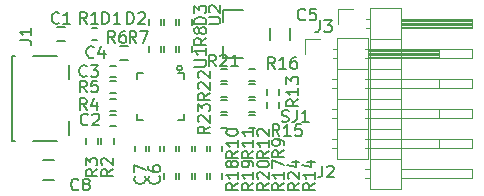
<source format=gto>
G04 #@! TF.GenerationSoftware,KiCad,Pcbnew,5.0.1-33cea8e~68~ubuntu18.04.1*
G04 #@! TF.CreationDate,2018-11-24T10:41:29+01:00*
G04 #@! TF.ProjectId,FT230XQ_breakout,465432333058515F627265616B6F7574,rev?*
G04 #@! TF.SameCoordinates,Original*
G04 #@! TF.FileFunction,Legend,Top*
G04 #@! TF.FilePolarity,Positive*
%FSLAX46Y46*%
G04 Gerber Fmt 4.6, Leading zero omitted, Abs format (unit mm)*
G04 Created by KiCad (PCBNEW 5.0.1-33cea8e~68~ubuntu18.04.1) date za 24 nov 2018 10:41:29 CET*
%MOMM*%
%LPD*%
G01*
G04 APERTURE LIST*
%ADD10C,0.150000*%
%ADD11C,0.120000*%
G04 APERTURE END LIST*
D10*
G04 #@! TO.C,U1*
X159723607Y-65300000D02*
G75*
G03X159723607Y-65300000I-223607J0D01*
G01*
X159900000Y-65700000D02*
X159400000Y-65700000D01*
X159900000Y-65700000D02*
X159900000Y-66200000D01*
X159900000Y-69700000D02*
X159900000Y-69200000D01*
X159400000Y-69700000D02*
X159900000Y-69700000D01*
X155900000Y-69700000D02*
X156400000Y-69700000D01*
X155900000Y-69200000D02*
X155900000Y-69700000D01*
X155900000Y-65700000D02*
X155900000Y-66200000D01*
X156400000Y-65700000D02*
X155900000Y-65700000D01*
G04 #@! TO.C,J1*
X145600000Y-71500000D02*
X145350000Y-71500000D01*
X145350000Y-71500000D02*
X145350000Y-64250000D01*
X145350000Y-64250000D02*
X145600000Y-64250000D01*
X149100000Y-64250000D02*
X147100000Y-64250000D01*
X149100000Y-71500000D02*
X147100000Y-71500000D01*
X150100000Y-69750000D02*
X150100000Y-71000000D01*
X150100000Y-65000000D02*
X150100000Y-66250000D01*
D11*
G04 #@! TO.C,J2*
X172920000Y-60250000D02*
X174190000Y-60250000D01*
X172920000Y-61520000D02*
X172920000Y-60250000D01*
X175232929Y-74600000D02*
X175630000Y-74600000D01*
X175232929Y-73840000D02*
X175630000Y-73840000D01*
X184290000Y-74600000D02*
X178290000Y-74600000D01*
X184290000Y-73840000D02*
X184290000Y-74600000D01*
X178290000Y-73840000D02*
X184290000Y-73840000D01*
X175630000Y-72950000D02*
X178290000Y-72950000D01*
X175232929Y-72060000D02*
X175630000Y-72060000D01*
X175232929Y-71300000D02*
X175630000Y-71300000D01*
X184290000Y-72060000D02*
X178290000Y-72060000D01*
X184290000Y-71300000D02*
X184290000Y-72060000D01*
X178290000Y-71300000D02*
X184290000Y-71300000D01*
X175630000Y-70410000D02*
X178290000Y-70410000D01*
X175232929Y-69520000D02*
X175630000Y-69520000D01*
X175232929Y-68760000D02*
X175630000Y-68760000D01*
X184290000Y-69520000D02*
X178290000Y-69520000D01*
X184290000Y-68760000D02*
X184290000Y-69520000D01*
X178290000Y-68760000D02*
X184290000Y-68760000D01*
X175630000Y-67870000D02*
X178290000Y-67870000D01*
X175232929Y-66980000D02*
X175630000Y-66980000D01*
X175232929Y-66220000D02*
X175630000Y-66220000D01*
X184290000Y-66980000D02*
X178290000Y-66980000D01*
X184290000Y-66220000D02*
X184290000Y-66980000D01*
X178290000Y-66220000D02*
X184290000Y-66220000D01*
X175630000Y-65330000D02*
X178290000Y-65330000D01*
X175232929Y-64440000D02*
X175630000Y-64440000D01*
X175232929Y-63680000D02*
X175630000Y-63680000D01*
X184290000Y-64440000D02*
X178290000Y-64440000D01*
X184290000Y-63680000D02*
X184290000Y-64440000D01*
X178290000Y-63680000D02*
X184290000Y-63680000D01*
X175630000Y-62790000D02*
X178290000Y-62790000D01*
X175300000Y-61900000D02*
X175630000Y-61900000D01*
X175300000Y-61140000D02*
X175630000Y-61140000D01*
X178290000Y-61800000D02*
X184290000Y-61800000D01*
X178290000Y-61680000D02*
X184290000Y-61680000D01*
X178290000Y-61560000D02*
X184290000Y-61560000D01*
X178290000Y-61440000D02*
X184290000Y-61440000D01*
X178290000Y-61320000D02*
X184290000Y-61320000D01*
X178290000Y-61200000D02*
X184290000Y-61200000D01*
X184290000Y-61900000D02*
X178290000Y-61900000D01*
X184290000Y-61140000D02*
X184290000Y-61900000D01*
X178290000Y-61140000D02*
X184290000Y-61140000D01*
X178290000Y-60190000D02*
X175630000Y-60190000D01*
X178290000Y-75550000D02*
X178290000Y-60190000D01*
X175630000Y-75550000D02*
X178290000Y-75550000D01*
X175630000Y-60190000D02*
X175630000Y-75550000D01*
G04 #@! TO.C,J3*
X170120000Y-62790000D02*
X171390000Y-62790000D01*
X170120000Y-64060000D02*
X170120000Y-62790000D01*
X172432929Y-72060000D02*
X172830000Y-72060000D01*
X172432929Y-71300000D02*
X172830000Y-71300000D01*
X181490000Y-72060000D02*
X175490000Y-72060000D01*
X181490000Y-71300000D02*
X181490000Y-72060000D01*
X175490000Y-71300000D02*
X181490000Y-71300000D01*
X172830000Y-70410000D02*
X175490000Y-70410000D01*
X172432929Y-69520000D02*
X172830000Y-69520000D01*
X172432929Y-68760000D02*
X172830000Y-68760000D01*
X181490000Y-69520000D02*
X175490000Y-69520000D01*
X181490000Y-68760000D02*
X181490000Y-69520000D01*
X175490000Y-68760000D02*
X181490000Y-68760000D01*
X172830000Y-67870000D02*
X175490000Y-67870000D01*
X172432929Y-66980000D02*
X172830000Y-66980000D01*
X172432929Y-66220000D02*
X172830000Y-66220000D01*
X181490000Y-66980000D02*
X175490000Y-66980000D01*
X181490000Y-66220000D02*
X181490000Y-66980000D01*
X175490000Y-66220000D02*
X181490000Y-66220000D01*
X172830000Y-65330000D02*
X175490000Y-65330000D01*
X172500000Y-64440000D02*
X172830000Y-64440000D01*
X172500000Y-63680000D02*
X172830000Y-63680000D01*
X175490000Y-64340000D02*
X181490000Y-64340000D01*
X175490000Y-64220000D02*
X181490000Y-64220000D01*
X175490000Y-64100000D02*
X181490000Y-64100000D01*
X175490000Y-63980000D02*
X181490000Y-63980000D01*
X175490000Y-63860000D02*
X181490000Y-63860000D01*
X175490000Y-63740000D02*
X181490000Y-63740000D01*
X181490000Y-64440000D02*
X175490000Y-64440000D01*
X181490000Y-63680000D02*
X181490000Y-64440000D01*
X175490000Y-63680000D02*
X181490000Y-63680000D01*
X175490000Y-62730000D02*
X172830000Y-62730000D01*
X175490000Y-73010000D02*
X175490000Y-62730000D01*
X172830000Y-73010000D02*
X175490000Y-73010000D01*
X172830000Y-62730000D02*
X172830000Y-73010000D01*
D10*
G04 #@! TO.C,C1*
X149100000Y-61800000D02*
X149800000Y-61800000D01*
X149800000Y-63000000D02*
X149100000Y-63000000D01*
G04 #@! TO.C,C2*
X153650000Y-70175000D02*
X154150000Y-70175000D01*
X154150000Y-69225000D02*
X153650000Y-69225000D01*
G04 #@! TO.C,C3*
X154150000Y-65125000D02*
X153650000Y-65125000D01*
X153650000Y-66075000D02*
X154150000Y-66075000D01*
G04 #@! TO.C,R1*
X152050000Y-62925000D02*
X152550000Y-62925000D01*
X152550000Y-61875000D02*
X152050000Y-61875000D01*
G04 #@! TO.C,R2*
X153925000Y-71750000D02*
X153925000Y-71250000D01*
X152875000Y-71250000D02*
X152875000Y-71750000D01*
G04 #@! TO.C,R3*
X151575000Y-71250000D02*
X151575000Y-71750000D01*
X152625000Y-71750000D02*
X152625000Y-71250000D01*
G04 #@! TO.C,R4*
X154150000Y-67875000D02*
X153650000Y-67875000D01*
X153650000Y-68925000D02*
X154150000Y-68925000D01*
G04 #@! TO.C,R5*
X153650000Y-67425000D02*
X154150000Y-67425000D01*
X154150000Y-66375000D02*
X153650000Y-66375000D01*
G04 #@! TO.C,C4*
X155150000Y-64600000D02*
X154450000Y-64600000D01*
X154450000Y-63400000D02*
X155150000Y-63400000D01*
G04 #@! TO.C,C5*
X167150000Y-61900000D02*
X167150000Y-62900000D01*
X168850000Y-62900000D02*
X168850000Y-61900000D01*
G04 #@! TO.C,C6*
X156925000Y-71850000D02*
X156925000Y-72350000D01*
X157875000Y-72350000D02*
X157875000Y-71850000D01*
G04 #@! TO.C,C7*
X156675000Y-72350000D02*
X156675000Y-71850000D01*
X155725000Y-71850000D02*
X155725000Y-72350000D01*
G04 #@! TO.C,D1*
X156875000Y-61150000D02*
X156875000Y-61650000D01*
X157925000Y-61650000D02*
X157925000Y-61150000D01*
G04 #@! TO.C,D2*
X158175000Y-61150000D02*
X158175000Y-61650000D01*
X159225000Y-61650000D02*
X159225000Y-61150000D01*
G04 #@! TO.C,D3*
X159475000Y-61150000D02*
X159475000Y-61650000D01*
X160525000Y-61650000D02*
X160525000Y-61150000D01*
G04 #@! TO.C,R6*
X157925000Y-63950000D02*
X157925000Y-63450000D01*
X156875000Y-63450000D02*
X156875000Y-63950000D01*
G04 #@! TO.C,R7*
X159225000Y-63950000D02*
X159225000Y-63450000D01*
X158175000Y-63450000D02*
X158175000Y-63950000D01*
G04 #@! TO.C,R8*
X160525000Y-63950000D02*
X160525000Y-63450000D01*
X159475000Y-63450000D02*
X159475000Y-63950000D01*
G04 #@! TO.C,R9*
X162075000Y-71850000D02*
X162075000Y-72350000D01*
X163125000Y-72350000D02*
X163125000Y-71850000D01*
G04 #@! TO.C,R10*
X159225000Y-72350000D02*
X159225000Y-71850000D01*
X158175000Y-71850000D02*
X158175000Y-72350000D01*
G04 #@! TO.C,R11*
X160525000Y-72350000D02*
X160525000Y-71850000D01*
X159475000Y-71850000D02*
X159475000Y-72350000D01*
G04 #@! TO.C,R12*
X161825000Y-72350000D02*
X161825000Y-71850000D01*
X160775000Y-71850000D02*
X160775000Y-72350000D01*
G04 #@! TO.C,R13*
X165850000Y-66675000D02*
X165350000Y-66675000D01*
X165350000Y-67725000D02*
X165850000Y-67725000D01*
G04 #@! TO.C,R14*
X165350000Y-70325000D02*
X165850000Y-70325000D01*
X165850000Y-69275000D02*
X165350000Y-69275000D01*
G04 #@! TO.C,R15*
X165850000Y-67975000D02*
X165350000Y-67975000D01*
X165350000Y-69025000D02*
X165850000Y-69025000D01*
G04 #@! TO.C,R16*
X165350000Y-66425000D02*
X165850000Y-66425000D01*
X165850000Y-65375000D02*
X165350000Y-65375000D01*
G04 #@! TO.C,R17*
X163125000Y-74650000D02*
X163125000Y-74150000D01*
X162075000Y-74150000D02*
X162075000Y-74650000D01*
G04 #@! TO.C,R18*
X158175000Y-74150000D02*
X158175000Y-74650000D01*
X159225000Y-74650000D02*
X159225000Y-74150000D01*
G04 #@! TO.C,R19*
X159475000Y-74150000D02*
X159475000Y-74650000D01*
X160525000Y-74650000D02*
X160525000Y-74150000D01*
G04 #@! TO.C,R20*
X160775000Y-74150000D02*
X160775000Y-74650000D01*
X161825000Y-74650000D02*
X161825000Y-74150000D01*
G04 #@! TO.C,R21*
X163550000Y-66675000D02*
X163050000Y-66675000D01*
X163050000Y-67725000D02*
X163550000Y-67725000D01*
G04 #@! TO.C,R22*
X163050000Y-66425000D02*
X163550000Y-66425000D01*
X163550000Y-65375000D02*
X163050000Y-65375000D01*
G04 #@! TO.C,R23*
X163050000Y-69025000D02*
X163550000Y-69025000D01*
X163550000Y-67975000D02*
X163050000Y-67975000D01*
G04 #@! TO.C,R24*
X163550000Y-69275000D02*
X163050000Y-69275000D01*
X163050000Y-70325000D02*
X163550000Y-70325000D01*
G04 #@! TO.C,U2*
X163200000Y-60400000D02*
X164900000Y-60400000D01*
X163200000Y-61400000D02*
X163200000Y-60400000D01*
X163200000Y-64400000D02*
X163200000Y-63400000D01*
X164900000Y-64400000D02*
X163200000Y-64400000D01*
G04 #@! TO.C,C8*
X148900000Y-73050000D02*
X147900000Y-73050000D01*
X147900000Y-74750000D02*
X148900000Y-74750000D01*
G04 #@! TO.C,SJ1*
X167900000Y-67600000D02*
X167900000Y-67100000D01*
X166900000Y-67100000D02*
X166900000Y-67600000D01*
X167900000Y-68700000D02*
X167900000Y-68200000D01*
X166900000Y-68700000D02*
X166900000Y-68200000D01*
G04 #@! TO.C,U1*
X160752380Y-65161904D02*
X161561904Y-65161904D01*
X161657142Y-65114285D01*
X161704761Y-65066666D01*
X161752380Y-64971428D01*
X161752380Y-64780952D01*
X161704761Y-64685714D01*
X161657142Y-64638095D01*
X161561904Y-64590476D01*
X160752380Y-64590476D01*
X161752380Y-63590476D02*
X161752380Y-64161904D01*
X161752380Y-63876190D02*
X160752380Y-63876190D01*
X160895238Y-63971428D01*
X160990476Y-64066666D01*
X161038095Y-64161904D01*
G04 #@! TO.C,J1*
X145952380Y-62933333D02*
X146666666Y-62933333D01*
X146809523Y-62980952D01*
X146904761Y-63076190D01*
X146952380Y-63219047D01*
X146952380Y-63314285D01*
X146952380Y-61933333D02*
X146952380Y-62504761D01*
X146952380Y-62219047D02*
X145952380Y-62219047D01*
X146095238Y-62314285D01*
X146190476Y-62409523D01*
X146238095Y-62504761D01*
G04 #@! TO.C,J2*
X171566666Y-73552380D02*
X171566666Y-74266666D01*
X171519047Y-74409523D01*
X171423809Y-74504761D01*
X171280952Y-74552380D01*
X171185714Y-74552380D01*
X171995238Y-73647619D02*
X172042857Y-73600000D01*
X172138095Y-73552380D01*
X172376190Y-73552380D01*
X172471428Y-73600000D01*
X172519047Y-73647619D01*
X172566666Y-73742857D01*
X172566666Y-73838095D01*
X172519047Y-73980952D01*
X171947619Y-74552380D01*
X172566666Y-74552380D01*
G04 #@! TO.C,J3*
X171366666Y-61252380D02*
X171366666Y-61966666D01*
X171319047Y-62109523D01*
X171223809Y-62204761D01*
X171080952Y-62252380D01*
X170985714Y-62252380D01*
X171747619Y-61252380D02*
X172366666Y-61252380D01*
X172033333Y-61633333D01*
X172176190Y-61633333D01*
X172271428Y-61680952D01*
X172319047Y-61728571D01*
X172366666Y-61823809D01*
X172366666Y-62061904D01*
X172319047Y-62157142D01*
X172271428Y-62204761D01*
X172176190Y-62252380D01*
X171890476Y-62252380D01*
X171795238Y-62204761D01*
X171747619Y-62157142D01*
G04 #@! TO.C,C1*
X149283333Y-61457142D02*
X149235714Y-61504761D01*
X149092857Y-61552380D01*
X148997619Y-61552380D01*
X148854761Y-61504761D01*
X148759523Y-61409523D01*
X148711904Y-61314285D01*
X148664285Y-61123809D01*
X148664285Y-60980952D01*
X148711904Y-60790476D01*
X148759523Y-60695238D01*
X148854761Y-60600000D01*
X148997619Y-60552380D01*
X149092857Y-60552380D01*
X149235714Y-60600000D01*
X149283333Y-60647619D01*
X150235714Y-61552380D02*
X149664285Y-61552380D01*
X149950000Y-61552380D02*
X149950000Y-60552380D01*
X149854761Y-60695238D01*
X149759523Y-60790476D01*
X149664285Y-60838095D01*
G04 #@! TO.C,C2*
X151733333Y-70057142D02*
X151685714Y-70104761D01*
X151542857Y-70152380D01*
X151447619Y-70152380D01*
X151304761Y-70104761D01*
X151209523Y-70009523D01*
X151161904Y-69914285D01*
X151114285Y-69723809D01*
X151114285Y-69580952D01*
X151161904Y-69390476D01*
X151209523Y-69295238D01*
X151304761Y-69200000D01*
X151447619Y-69152380D01*
X151542857Y-69152380D01*
X151685714Y-69200000D01*
X151733333Y-69247619D01*
X152114285Y-69247619D02*
X152161904Y-69200000D01*
X152257142Y-69152380D01*
X152495238Y-69152380D01*
X152590476Y-69200000D01*
X152638095Y-69247619D01*
X152685714Y-69342857D01*
X152685714Y-69438095D01*
X152638095Y-69580952D01*
X152066666Y-70152380D01*
X152685714Y-70152380D01*
G04 #@! TO.C,C3*
X151633333Y-65957142D02*
X151585714Y-66004761D01*
X151442857Y-66052380D01*
X151347619Y-66052380D01*
X151204761Y-66004761D01*
X151109523Y-65909523D01*
X151061904Y-65814285D01*
X151014285Y-65623809D01*
X151014285Y-65480952D01*
X151061904Y-65290476D01*
X151109523Y-65195238D01*
X151204761Y-65100000D01*
X151347619Y-65052380D01*
X151442857Y-65052380D01*
X151585714Y-65100000D01*
X151633333Y-65147619D01*
X151966666Y-65052380D02*
X152585714Y-65052380D01*
X152252380Y-65433333D01*
X152395238Y-65433333D01*
X152490476Y-65480952D01*
X152538095Y-65528571D01*
X152585714Y-65623809D01*
X152585714Y-65861904D01*
X152538095Y-65957142D01*
X152490476Y-66004761D01*
X152395238Y-66052380D01*
X152109523Y-66052380D01*
X152014285Y-66004761D01*
X151966666Y-65957142D01*
G04 #@! TO.C,R1*
X151633333Y-61552380D02*
X151300000Y-61076190D01*
X151061904Y-61552380D02*
X151061904Y-60552380D01*
X151442857Y-60552380D01*
X151538095Y-60600000D01*
X151585714Y-60647619D01*
X151633333Y-60742857D01*
X151633333Y-60885714D01*
X151585714Y-60980952D01*
X151538095Y-61028571D01*
X151442857Y-61076190D01*
X151061904Y-61076190D01*
X152585714Y-61552380D02*
X152014285Y-61552380D01*
X152300000Y-61552380D02*
X152300000Y-60552380D01*
X152204761Y-60695238D01*
X152109523Y-60790476D01*
X152014285Y-60838095D01*
G04 #@! TO.C,R2*
X153852380Y-73866666D02*
X153376190Y-74200000D01*
X153852380Y-74438095D02*
X152852380Y-74438095D01*
X152852380Y-74057142D01*
X152900000Y-73961904D01*
X152947619Y-73914285D01*
X153042857Y-73866666D01*
X153185714Y-73866666D01*
X153280952Y-73914285D01*
X153328571Y-73961904D01*
X153376190Y-74057142D01*
X153376190Y-74438095D01*
X152947619Y-73485714D02*
X152900000Y-73438095D01*
X152852380Y-73342857D01*
X152852380Y-73104761D01*
X152900000Y-73009523D01*
X152947619Y-72961904D01*
X153042857Y-72914285D01*
X153138095Y-72914285D01*
X153280952Y-72961904D01*
X153852380Y-73533333D01*
X153852380Y-72914285D01*
G04 #@! TO.C,R3*
X152552380Y-73866666D02*
X152076190Y-74200000D01*
X152552380Y-74438095D02*
X151552380Y-74438095D01*
X151552380Y-74057142D01*
X151600000Y-73961904D01*
X151647619Y-73914285D01*
X151742857Y-73866666D01*
X151885714Y-73866666D01*
X151980952Y-73914285D01*
X152028571Y-73961904D01*
X152076190Y-74057142D01*
X152076190Y-74438095D01*
X151552380Y-73533333D02*
X151552380Y-72914285D01*
X151933333Y-73247619D01*
X151933333Y-73104761D01*
X151980952Y-73009523D01*
X152028571Y-72961904D01*
X152123809Y-72914285D01*
X152361904Y-72914285D01*
X152457142Y-72961904D01*
X152504761Y-73009523D01*
X152552380Y-73104761D01*
X152552380Y-73390476D01*
X152504761Y-73485714D01*
X152457142Y-73533333D01*
G04 #@! TO.C,R4*
X151633333Y-68852380D02*
X151300000Y-68376190D01*
X151061904Y-68852380D02*
X151061904Y-67852380D01*
X151442857Y-67852380D01*
X151538095Y-67900000D01*
X151585714Y-67947619D01*
X151633333Y-68042857D01*
X151633333Y-68185714D01*
X151585714Y-68280952D01*
X151538095Y-68328571D01*
X151442857Y-68376190D01*
X151061904Y-68376190D01*
X152490476Y-68185714D02*
X152490476Y-68852380D01*
X152252380Y-67804761D02*
X152014285Y-68519047D01*
X152633333Y-68519047D01*
G04 #@! TO.C,R5*
X151633333Y-67352380D02*
X151300000Y-66876190D01*
X151061904Y-67352380D02*
X151061904Y-66352380D01*
X151442857Y-66352380D01*
X151538095Y-66400000D01*
X151585714Y-66447619D01*
X151633333Y-66542857D01*
X151633333Y-66685714D01*
X151585714Y-66780952D01*
X151538095Y-66828571D01*
X151442857Y-66876190D01*
X151061904Y-66876190D01*
X152538095Y-66352380D02*
X152061904Y-66352380D01*
X152014285Y-66828571D01*
X152061904Y-66780952D01*
X152157142Y-66733333D01*
X152395238Y-66733333D01*
X152490476Y-66780952D01*
X152538095Y-66828571D01*
X152585714Y-66923809D01*
X152585714Y-67161904D01*
X152538095Y-67257142D01*
X152490476Y-67304761D01*
X152395238Y-67352380D01*
X152157142Y-67352380D01*
X152061904Y-67304761D01*
X152014285Y-67257142D01*
G04 #@! TO.C,C4*
X152233333Y-64357142D02*
X152185714Y-64404761D01*
X152042857Y-64452380D01*
X151947619Y-64452380D01*
X151804761Y-64404761D01*
X151709523Y-64309523D01*
X151661904Y-64214285D01*
X151614285Y-64023809D01*
X151614285Y-63880952D01*
X151661904Y-63690476D01*
X151709523Y-63595238D01*
X151804761Y-63500000D01*
X151947619Y-63452380D01*
X152042857Y-63452380D01*
X152185714Y-63500000D01*
X152233333Y-63547619D01*
X153090476Y-63785714D02*
X153090476Y-64452380D01*
X152852380Y-63404761D02*
X152614285Y-64119047D01*
X153233333Y-64119047D01*
G04 #@! TO.C,C5*
X170133333Y-61157142D02*
X170085714Y-61204761D01*
X169942857Y-61252380D01*
X169847619Y-61252380D01*
X169704761Y-61204761D01*
X169609523Y-61109523D01*
X169561904Y-61014285D01*
X169514285Y-60823809D01*
X169514285Y-60680952D01*
X169561904Y-60490476D01*
X169609523Y-60395238D01*
X169704761Y-60300000D01*
X169847619Y-60252380D01*
X169942857Y-60252380D01*
X170085714Y-60300000D01*
X170133333Y-60347619D01*
X171038095Y-60252380D02*
X170561904Y-60252380D01*
X170514285Y-60728571D01*
X170561904Y-60680952D01*
X170657142Y-60633333D01*
X170895238Y-60633333D01*
X170990476Y-60680952D01*
X171038095Y-60728571D01*
X171085714Y-60823809D01*
X171085714Y-61061904D01*
X171038095Y-61157142D01*
X170990476Y-61204761D01*
X170895238Y-61252380D01*
X170657142Y-61252380D01*
X170561904Y-61204761D01*
X170514285Y-61157142D01*
G04 #@! TO.C,C6*
X157757142Y-74466666D02*
X157804761Y-74514285D01*
X157852380Y-74657142D01*
X157852380Y-74752380D01*
X157804761Y-74895238D01*
X157709523Y-74990476D01*
X157614285Y-75038095D01*
X157423809Y-75085714D01*
X157280952Y-75085714D01*
X157090476Y-75038095D01*
X156995238Y-74990476D01*
X156900000Y-74895238D01*
X156852380Y-74752380D01*
X156852380Y-74657142D01*
X156900000Y-74514285D01*
X156947619Y-74466666D01*
X156852380Y-73609523D02*
X156852380Y-73800000D01*
X156900000Y-73895238D01*
X156947619Y-73942857D01*
X157090476Y-74038095D01*
X157280952Y-74085714D01*
X157661904Y-74085714D01*
X157757142Y-74038095D01*
X157804761Y-73990476D01*
X157852380Y-73895238D01*
X157852380Y-73704761D01*
X157804761Y-73609523D01*
X157757142Y-73561904D01*
X157661904Y-73514285D01*
X157423809Y-73514285D01*
X157328571Y-73561904D01*
X157280952Y-73609523D01*
X157233333Y-73704761D01*
X157233333Y-73895238D01*
X157280952Y-73990476D01*
X157328571Y-74038095D01*
X157423809Y-74085714D01*
G04 #@! TO.C,C7*
X156557142Y-74466666D02*
X156604761Y-74514285D01*
X156652380Y-74657142D01*
X156652380Y-74752380D01*
X156604761Y-74895238D01*
X156509523Y-74990476D01*
X156414285Y-75038095D01*
X156223809Y-75085714D01*
X156080952Y-75085714D01*
X155890476Y-75038095D01*
X155795238Y-74990476D01*
X155700000Y-74895238D01*
X155652380Y-74752380D01*
X155652380Y-74657142D01*
X155700000Y-74514285D01*
X155747619Y-74466666D01*
X155652380Y-74133333D02*
X155652380Y-73466666D01*
X156652380Y-73895238D01*
G04 #@! TO.C,D1*
X152961904Y-61552380D02*
X152961904Y-60552380D01*
X153200000Y-60552380D01*
X153342857Y-60600000D01*
X153438095Y-60695238D01*
X153485714Y-60790476D01*
X153533333Y-60980952D01*
X153533333Y-61123809D01*
X153485714Y-61314285D01*
X153438095Y-61409523D01*
X153342857Y-61504761D01*
X153200000Y-61552380D01*
X152961904Y-61552380D01*
X154485714Y-61552380D02*
X153914285Y-61552380D01*
X154200000Y-61552380D02*
X154200000Y-60552380D01*
X154104761Y-60695238D01*
X154009523Y-60790476D01*
X153914285Y-60838095D01*
G04 #@! TO.C,D2*
X155061904Y-61552380D02*
X155061904Y-60552380D01*
X155300000Y-60552380D01*
X155442857Y-60600000D01*
X155538095Y-60695238D01*
X155585714Y-60790476D01*
X155633333Y-60980952D01*
X155633333Y-61123809D01*
X155585714Y-61314285D01*
X155538095Y-61409523D01*
X155442857Y-61504761D01*
X155300000Y-61552380D01*
X155061904Y-61552380D01*
X156014285Y-60647619D02*
X156061904Y-60600000D01*
X156157142Y-60552380D01*
X156395238Y-60552380D01*
X156490476Y-60600000D01*
X156538095Y-60647619D01*
X156585714Y-60742857D01*
X156585714Y-60838095D01*
X156538095Y-60980952D01*
X155966666Y-61552380D01*
X156585714Y-61552380D01*
G04 #@! TO.C,D3*
X161752380Y-61538095D02*
X160752380Y-61538095D01*
X160752380Y-61300000D01*
X160800000Y-61157142D01*
X160895238Y-61061904D01*
X160990476Y-61014285D01*
X161180952Y-60966666D01*
X161323809Y-60966666D01*
X161514285Y-61014285D01*
X161609523Y-61061904D01*
X161704761Y-61157142D01*
X161752380Y-61300000D01*
X161752380Y-61538095D01*
X160752380Y-60633333D02*
X160752380Y-60014285D01*
X161133333Y-60347619D01*
X161133333Y-60204761D01*
X161180952Y-60109523D01*
X161228571Y-60061904D01*
X161323809Y-60014285D01*
X161561904Y-60014285D01*
X161657142Y-60061904D01*
X161704761Y-60109523D01*
X161752380Y-60204761D01*
X161752380Y-60490476D01*
X161704761Y-60585714D01*
X161657142Y-60633333D01*
G04 #@! TO.C,R6*
X154033333Y-63152380D02*
X153700000Y-62676190D01*
X153461904Y-63152380D02*
X153461904Y-62152380D01*
X153842857Y-62152380D01*
X153938095Y-62200000D01*
X153985714Y-62247619D01*
X154033333Y-62342857D01*
X154033333Y-62485714D01*
X153985714Y-62580952D01*
X153938095Y-62628571D01*
X153842857Y-62676190D01*
X153461904Y-62676190D01*
X154890476Y-62152380D02*
X154700000Y-62152380D01*
X154604761Y-62200000D01*
X154557142Y-62247619D01*
X154461904Y-62390476D01*
X154414285Y-62580952D01*
X154414285Y-62961904D01*
X154461904Y-63057142D01*
X154509523Y-63104761D01*
X154604761Y-63152380D01*
X154795238Y-63152380D01*
X154890476Y-63104761D01*
X154938095Y-63057142D01*
X154985714Y-62961904D01*
X154985714Y-62723809D01*
X154938095Y-62628571D01*
X154890476Y-62580952D01*
X154795238Y-62533333D01*
X154604761Y-62533333D01*
X154509523Y-62580952D01*
X154461904Y-62628571D01*
X154414285Y-62723809D01*
G04 #@! TO.C,R7*
X155833333Y-63152380D02*
X155500000Y-62676190D01*
X155261904Y-63152380D02*
X155261904Y-62152380D01*
X155642857Y-62152380D01*
X155738095Y-62200000D01*
X155785714Y-62247619D01*
X155833333Y-62342857D01*
X155833333Y-62485714D01*
X155785714Y-62580952D01*
X155738095Y-62628571D01*
X155642857Y-62676190D01*
X155261904Y-62676190D01*
X156166666Y-62152380D02*
X156833333Y-62152380D01*
X156404761Y-63152380D01*
G04 #@! TO.C,R8*
X161752380Y-62766666D02*
X161276190Y-63100000D01*
X161752380Y-63338095D02*
X160752380Y-63338095D01*
X160752380Y-62957142D01*
X160800000Y-62861904D01*
X160847619Y-62814285D01*
X160942857Y-62766666D01*
X161085714Y-62766666D01*
X161180952Y-62814285D01*
X161228571Y-62861904D01*
X161276190Y-62957142D01*
X161276190Y-63338095D01*
X161180952Y-62195238D02*
X161133333Y-62290476D01*
X161085714Y-62338095D01*
X160990476Y-62385714D01*
X160942857Y-62385714D01*
X160847619Y-62338095D01*
X160800000Y-62290476D01*
X160752380Y-62195238D01*
X160752380Y-62004761D01*
X160800000Y-61909523D01*
X160847619Y-61861904D01*
X160942857Y-61814285D01*
X160990476Y-61814285D01*
X161085714Y-61861904D01*
X161133333Y-61909523D01*
X161180952Y-62004761D01*
X161180952Y-62195238D01*
X161228571Y-62290476D01*
X161276190Y-62338095D01*
X161371428Y-62385714D01*
X161561904Y-62385714D01*
X161657142Y-62338095D01*
X161704761Y-62290476D01*
X161752380Y-62195238D01*
X161752380Y-62004761D01*
X161704761Y-61909523D01*
X161657142Y-61861904D01*
X161561904Y-61814285D01*
X161371428Y-61814285D01*
X161276190Y-61861904D01*
X161228571Y-61909523D01*
X161180952Y-62004761D01*
G04 #@! TO.C,R9*
X168352380Y-72266666D02*
X167876190Y-72600000D01*
X168352380Y-72838095D02*
X167352380Y-72838095D01*
X167352380Y-72457142D01*
X167400000Y-72361904D01*
X167447619Y-72314285D01*
X167542857Y-72266666D01*
X167685714Y-72266666D01*
X167780952Y-72314285D01*
X167828571Y-72361904D01*
X167876190Y-72457142D01*
X167876190Y-72838095D01*
X168352380Y-71790476D02*
X168352380Y-71600000D01*
X168304761Y-71504761D01*
X168257142Y-71457142D01*
X168114285Y-71361904D01*
X167923809Y-71314285D01*
X167542857Y-71314285D01*
X167447619Y-71361904D01*
X167400000Y-71409523D01*
X167352380Y-71504761D01*
X167352380Y-71695238D01*
X167400000Y-71790476D01*
X167447619Y-71838095D01*
X167542857Y-71885714D01*
X167780952Y-71885714D01*
X167876190Y-71838095D01*
X167923809Y-71790476D01*
X167971428Y-71695238D01*
X167971428Y-71504761D01*
X167923809Y-71409523D01*
X167876190Y-71361904D01*
X167780952Y-71314285D01*
G04 #@! TO.C,R10*
X164452380Y-72342857D02*
X163976190Y-72676190D01*
X164452380Y-72914285D02*
X163452380Y-72914285D01*
X163452380Y-72533333D01*
X163500000Y-72438095D01*
X163547619Y-72390476D01*
X163642857Y-72342857D01*
X163785714Y-72342857D01*
X163880952Y-72390476D01*
X163928571Y-72438095D01*
X163976190Y-72533333D01*
X163976190Y-72914285D01*
X164452380Y-71390476D02*
X164452380Y-71961904D01*
X164452380Y-71676190D02*
X163452380Y-71676190D01*
X163595238Y-71771428D01*
X163690476Y-71866666D01*
X163738095Y-71961904D01*
X163452380Y-70771428D02*
X163452380Y-70676190D01*
X163500000Y-70580952D01*
X163547619Y-70533333D01*
X163642857Y-70485714D01*
X163833333Y-70438095D01*
X164071428Y-70438095D01*
X164261904Y-70485714D01*
X164357142Y-70533333D01*
X164404761Y-70580952D01*
X164452380Y-70676190D01*
X164452380Y-70771428D01*
X164404761Y-70866666D01*
X164357142Y-70914285D01*
X164261904Y-70961904D01*
X164071428Y-71009523D01*
X163833333Y-71009523D01*
X163642857Y-70961904D01*
X163547619Y-70914285D01*
X163500000Y-70866666D01*
X163452380Y-70771428D01*
G04 #@! TO.C,R11*
X165752380Y-72342857D02*
X165276190Y-72676190D01*
X165752380Y-72914285D02*
X164752380Y-72914285D01*
X164752380Y-72533333D01*
X164800000Y-72438095D01*
X164847619Y-72390476D01*
X164942857Y-72342857D01*
X165085714Y-72342857D01*
X165180952Y-72390476D01*
X165228571Y-72438095D01*
X165276190Y-72533333D01*
X165276190Y-72914285D01*
X165752380Y-71390476D02*
X165752380Y-71961904D01*
X165752380Y-71676190D02*
X164752380Y-71676190D01*
X164895238Y-71771428D01*
X164990476Y-71866666D01*
X165038095Y-71961904D01*
X165752380Y-70438095D02*
X165752380Y-71009523D01*
X165752380Y-70723809D02*
X164752380Y-70723809D01*
X164895238Y-70819047D01*
X164990476Y-70914285D01*
X165038095Y-71009523D01*
G04 #@! TO.C,R12*
X167052380Y-72342857D02*
X166576190Y-72676190D01*
X167052380Y-72914285D02*
X166052380Y-72914285D01*
X166052380Y-72533333D01*
X166100000Y-72438095D01*
X166147619Y-72390476D01*
X166242857Y-72342857D01*
X166385714Y-72342857D01*
X166480952Y-72390476D01*
X166528571Y-72438095D01*
X166576190Y-72533333D01*
X166576190Y-72914285D01*
X167052380Y-71390476D02*
X167052380Y-71961904D01*
X167052380Y-71676190D02*
X166052380Y-71676190D01*
X166195238Y-71771428D01*
X166290476Y-71866666D01*
X166338095Y-71961904D01*
X166147619Y-71009523D02*
X166100000Y-70961904D01*
X166052380Y-70866666D01*
X166052380Y-70628571D01*
X166100000Y-70533333D01*
X166147619Y-70485714D01*
X166242857Y-70438095D01*
X166338095Y-70438095D01*
X166480952Y-70485714D01*
X167052380Y-71057142D01*
X167052380Y-70438095D01*
G04 #@! TO.C,R13*
X169552380Y-67942857D02*
X169076190Y-68276190D01*
X169552380Y-68514285D02*
X168552380Y-68514285D01*
X168552380Y-68133333D01*
X168600000Y-68038095D01*
X168647619Y-67990476D01*
X168742857Y-67942857D01*
X168885714Y-67942857D01*
X168980952Y-67990476D01*
X169028571Y-68038095D01*
X169076190Y-68133333D01*
X169076190Y-68514285D01*
X169552380Y-66990476D02*
X169552380Y-67561904D01*
X169552380Y-67276190D02*
X168552380Y-67276190D01*
X168695238Y-67371428D01*
X168790476Y-67466666D01*
X168838095Y-67561904D01*
X168552380Y-66657142D02*
X168552380Y-66038095D01*
X168933333Y-66371428D01*
X168933333Y-66228571D01*
X168980952Y-66133333D01*
X169028571Y-66085714D01*
X169123809Y-66038095D01*
X169361904Y-66038095D01*
X169457142Y-66085714D01*
X169504761Y-66133333D01*
X169552380Y-66228571D01*
X169552380Y-66514285D01*
X169504761Y-66609523D01*
X169457142Y-66657142D01*
G04 #@! TO.C,R14*
X170952380Y-75042857D02*
X170476190Y-75376190D01*
X170952380Y-75614285D02*
X169952380Y-75614285D01*
X169952380Y-75233333D01*
X170000000Y-75138095D01*
X170047619Y-75090476D01*
X170142857Y-75042857D01*
X170285714Y-75042857D01*
X170380952Y-75090476D01*
X170428571Y-75138095D01*
X170476190Y-75233333D01*
X170476190Y-75614285D01*
X170952380Y-74090476D02*
X170952380Y-74661904D01*
X170952380Y-74376190D02*
X169952380Y-74376190D01*
X170095238Y-74471428D01*
X170190476Y-74566666D01*
X170238095Y-74661904D01*
X170285714Y-73233333D02*
X170952380Y-73233333D01*
X169904761Y-73471428D02*
X170619047Y-73709523D01*
X170619047Y-73090476D01*
G04 #@! TO.C,R15*
X167957142Y-71052380D02*
X167623809Y-70576190D01*
X167385714Y-71052380D02*
X167385714Y-70052380D01*
X167766666Y-70052380D01*
X167861904Y-70100000D01*
X167909523Y-70147619D01*
X167957142Y-70242857D01*
X167957142Y-70385714D01*
X167909523Y-70480952D01*
X167861904Y-70528571D01*
X167766666Y-70576190D01*
X167385714Y-70576190D01*
X168909523Y-71052380D02*
X168338095Y-71052380D01*
X168623809Y-71052380D02*
X168623809Y-70052380D01*
X168528571Y-70195238D01*
X168433333Y-70290476D01*
X168338095Y-70338095D01*
X169814285Y-70052380D02*
X169338095Y-70052380D01*
X169290476Y-70528571D01*
X169338095Y-70480952D01*
X169433333Y-70433333D01*
X169671428Y-70433333D01*
X169766666Y-70480952D01*
X169814285Y-70528571D01*
X169861904Y-70623809D01*
X169861904Y-70861904D01*
X169814285Y-70957142D01*
X169766666Y-71004761D01*
X169671428Y-71052380D01*
X169433333Y-71052380D01*
X169338095Y-71004761D01*
X169290476Y-70957142D01*
G04 #@! TO.C,R16*
X167557142Y-65352380D02*
X167223809Y-64876190D01*
X166985714Y-65352380D02*
X166985714Y-64352380D01*
X167366666Y-64352380D01*
X167461904Y-64400000D01*
X167509523Y-64447619D01*
X167557142Y-64542857D01*
X167557142Y-64685714D01*
X167509523Y-64780952D01*
X167461904Y-64828571D01*
X167366666Y-64876190D01*
X166985714Y-64876190D01*
X168509523Y-65352380D02*
X167938095Y-65352380D01*
X168223809Y-65352380D02*
X168223809Y-64352380D01*
X168128571Y-64495238D01*
X168033333Y-64590476D01*
X167938095Y-64638095D01*
X169366666Y-64352380D02*
X169176190Y-64352380D01*
X169080952Y-64400000D01*
X169033333Y-64447619D01*
X168938095Y-64590476D01*
X168890476Y-64780952D01*
X168890476Y-65161904D01*
X168938095Y-65257142D01*
X168985714Y-65304761D01*
X169080952Y-65352380D01*
X169271428Y-65352380D01*
X169366666Y-65304761D01*
X169414285Y-65257142D01*
X169461904Y-65161904D01*
X169461904Y-64923809D01*
X169414285Y-64828571D01*
X169366666Y-64780952D01*
X169271428Y-64733333D01*
X169080952Y-64733333D01*
X168985714Y-64780952D01*
X168938095Y-64828571D01*
X168890476Y-64923809D01*
G04 #@! TO.C,R17*
X168352380Y-75042857D02*
X167876190Y-75376190D01*
X168352380Y-75614285D02*
X167352380Y-75614285D01*
X167352380Y-75233333D01*
X167400000Y-75138095D01*
X167447619Y-75090476D01*
X167542857Y-75042857D01*
X167685714Y-75042857D01*
X167780952Y-75090476D01*
X167828571Y-75138095D01*
X167876190Y-75233333D01*
X167876190Y-75614285D01*
X168352380Y-74090476D02*
X168352380Y-74661904D01*
X168352380Y-74376190D02*
X167352380Y-74376190D01*
X167495238Y-74471428D01*
X167590476Y-74566666D01*
X167638095Y-74661904D01*
X167352380Y-73757142D02*
X167352380Y-73090476D01*
X168352380Y-73519047D01*
G04 #@! TO.C,R18*
X164452380Y-75042857D02*
X163976190Y-75376190D01*
X164452380Y-75614285D02*
X163452380Y-75614285D01*
X163452380Y-75233333D01*
X163500000Y-75138095D01*
X163547619Y-75090476D01*
X163642857Y-75042857D01*
X163785714Y-75042857D01*
X163880952Y-75090476D01*
X163928571Y-75138095D01*
X163976190Y-75233333D01*
X163976190Y-75614285D01*
X164452380Y-74090476D02*
X164452380Y-74661904D01*
X164452380Y-74376190D02*
X163452380Y-74376190D01*
X163595238Y-74471428D01*
X163690476Y-74566666D01*
X163738095Y-74661904D01*
X163880952Y-73519047D02*
X163833333Y-73614285D01*
X163785714Y-73661904D01*
X163690476Y-73709523D01*
X163642857Y-73709523D01*
X163547619Y-73661904D01*
X163500000Y-73614285D01*
X163452380Y-73519047D01*
X163452380Y-73328571D01*
X163500000Y-73233333D01*
X163547619Y-73185714D01*
X163642857Y-73138095D01*
X163690476Y-73138095D01*
X163785714Y-73185714D01*
X163833333Y-73233333D01*
X163880952Y-73328571D01*
X163880952Y-73519047D01*
X163928571Y-73614285D01*
X163976190Y-73661904D01*
X164071428Y-73709523D01*
X164261904Y-73709523D01*
X164357142Y-73661904D01*
X164404761Y-73614285D01*
X164452380Y-73519047D01*
X164452380Y-73328571D01*
X164404761Y-73233333D01*
X164357142Y-73185714D01*
X164261904Y-73138095D01*
X164071428Y-73138095D01*
X163976190Y-73185714D01*
X163928571Y-73233333D01*
X163880952Y-73328571D01*
G04 #@! TO.C,R19*
X165752380Y-75042857D02*
X165276190Y-75376190D01*
X165752380Y-75614285D02*
X164752380Y-75614285D01*
X164752380Y-75233333D01*
X164800000Y-75138095D01*
X164847619Y-75090476D01*
X164942857Y-75042857D01*
X165085714Y-75042857D01*
X165180952Y-75090476D01*
X165228571Y-75138095D01*
X165276190Y-75233333D01*
X165276190Y-75614285D01*
X165752380Y-74090476D02*
X165752380Y-74661904D01*
X165752380Y-74376190D02*
X164752380Y-74376190D01*
X164895238Y-74471428D01*
X164990476Y-74566666D01*
X165038095Y-74661904D01*
X165752380Y-73614285D02*
X165752380Y-73423809D01*
X165704761Y-73328571D01*
X165657142Y-73280952D01*
X165514285Y-73185714D01*
X165323809Y-73138095D01*
X164942857Y-73138095D01*
X164847619Y-73185714D01*
X164800000Y-73233333D01*
X164752380Y-73328571D01*
X164752380Y-73519047D01*
X164800000Y-73614285D01*
X164847619Y-73661904D01*
X164942857Y-73709523D01*
X165180952Y-73709523D01*
X165276190Y-73661904D01*
X165323809Y-73614285D01*
X165371428Y-73519047D01*
X165371428Y-73328571D01*
X165323809Y-73233333D01*
X165276190Y-73185714D01*
X165180952Y-73138095D01*
G04 #@! TO.C,R20*
X167052380Y-75042857D02*
X166576190Y-75376190D01*
X167052380Y-75614285D02*
X166052380Y-75614285D01*
X166052380Y-75233333D01*
X166100000Y-75138095D01*
X166147619Y-75090476D01*
X166242857Y-75042857D01*
X166385714Y-75042857D01*
X166480952Y-75090476D01*
X166528571Y-75138095D01*
X166576190Y-75233333D01*
X166576190Y-75614285D01*
X166147619Y-74661904D02*
X166100000Y-74614285D01*
X166052380Y-74519047D01*
X166052380Y-74280952D01*
X166100000Y-74185714D01*
X166147619Y-74138095D01*
X166242857Y-74090476D01*
X166338095Y-74090476D01*
X166480952Y-74138095D01*
X167052380Y-74709523D01*
X167052380Y-74090476D01*
X166052380Y-73471428D02*
X166052380Y-73376190D01*
X166100000Y-73280952D01*
X166147619Y-73233333D01*
X166242857Y-73185714D01*
X166433333Y-73138095D01*
X166671428Y-73138095D01*
X166861904Y-73185714D01*
X166957142Y-73233333D01*
X167004761Y-73280952D01*
X167052380Y-73376190D01*
X167052380Y-73471428D01*
X167004761Y-73566666D01*
X166957142Y-73614285D01*
X166861904Y-73661904D01*
X166671428Y-73709523D01*
X166433333Y-73709523D01*
X166242857Y-73661904D01*
X166147619Y-73614285D01*
X166100000Y-73566666D01*
X166052380Y-73471428D01*
G04 #@! TO.C,R21*
X162557142Y-65152380D02*
X162223809Y-64676190D01*
X161985714Y-65152380D02*
X161985714Y-64152380D01*
X162366666Y-64152380D01*
X162461904Y-64200000D01*
X162509523Y-64247619D01*
X162557142Y-64342857D01*
X162557142Y-64485714D01*
X162509523Y-64580952D01*
X162461904Y-64628571D01*
X162366666Y-64676190D01*
X161985714Y-64676190D01*
X162938095Y-64247619D02*
X162985714Y-64200000D01*
X163080952Y-64152380D01*
X163319047Y-64152380D01*
X163414285Y-64200000D01*
X163461904Y-64247619D01*
X163509523Y-64342857D01*
X163509523Y-64438095D01*
X163461904Y-64580952D01*
X162890476Y-65152380D01*
X163509523Y-65152380D01*
X164461904Y-65152380D02*
X163890476Y-65152380D01*
X164176190Y-65152380D02*
X164176190Y-64152380D01*
X164080952Y-64295238D01*
X163985714Y-64390476D01*
X163890476Y-64438095D01*
G04 #@! TO.C,R22*
X162052380Y-67442857D02*
X161576190Y-67776190D01*
X162052380Y-68014285D02*
X161052380Y-68014285D01*
X161052380Y-67633333D01*
X161100000Y-67538095D01*
X161147619Y-67490476D01*
X161242857Y-67442857D01*
X161385714Y-67442857D01*
X161480952Y-67490476D01*
X161528571Y-67538095D01*
X161576190Y-67633333D01*
X161576190Y-68014285D01*
X161147619Y-67061904D02*
X161100000Y-67014285D01*
X161052380Y-66919047D01*
X161052380Y-66680952D01*
X161100000Y-66585714D01*
X161147619Y-66538095D01*
X161242857Y-66490476D01*
X161338095Y-66490476D01*
X161480952Y-66538095D01*
X162052380Y-67109523D01*
X162052380Y-66490476D01*
X161147619Y-66109523D02*
X161100000Y-66061904D01*
X161052380Y-65966666D01*
X161052380Y-65728571D01*
X161100000Y-65633333D01*
X161147619Y-65585714D01*
X161242857Y-65538095D01*
X161338095Y-65538095D01*
X161480952Y-65585714D01*
X162052380Y-66157142D01*
X162052380Y-65538095D01*
G04 #@! TO.C,R23*
X162052380Y-70242857D02*
X161576190Y-70576190D01*
X162052380Y-70814285D02*
X161052380Y-70814285D01*
X161052380Y-70433333D01*
X161100000Y-70338095D01*
X161147619Y-70290476D01*
X161242857Y-70242857D01*
X161385714Y-70242857D01*
X161480952Y-70290476D01*
X161528571Y-70338095D01*
X161576190Y-70433333D01*
X161576190Y-70814285D01*
X161147619Y-69861904D02*
X161100000Y-69814285D01*
X161052380Y-69719047D01*
X161052380Y-69480952D01*
X161100000Y-69385714D01*
X161147619Y-69338095D01*
X161242857Y-69290476D01*
X161338095Y-69290476D01*
X161480952Y-69338095D01*
X162052380Y-69909523D01*
X162052380Y-69290476D01*
X161052380Y-68957142D02*
X161052380Y-68338095D01*
X161433333Y-68671428D01*
X161433333Y-68528571D01*
X161480952Y-68433333D01*
X161528571Y-68385714D01*
X161623809Y-68338095D01*
X161861904Y-68338095D01*
X161957142Y-68385714D01*
X162004761Y-68433333D01*
X162052380Y-68528571D01*
X162052380Y-68814285D01*
X162004761Y-68909523D01*
X161957142Y-68957142D01*
G04 #@! TO.C,R24*
X169652380Y-75042857D02*
X169176190Y-75376190D01*
X169652380Y-75614285D02*
X168652380Y-75614285D01*
X168652380Y-75233333D01*
X168700000Y-75138095D01*
X168747619Y-75090476D01*
X168842857Y-75042857D01*
X168985714Y-75042857D01*
X169080952Y-75090476D01*
X169128571Y-75138095D01*
X169176190Y-75233333D01*
X169176190Y-75614285D01*
X168747619Y-74661904D02*
X168700000Y-74614285D01*
X168652380Y-74519047D01*
X168652380Y-74280952D01*
X168700000Y-74185714D01*
X168747619Y-74138095D01*
X168842857Y-74090476D01*
X168938095Y-74090476D01*
X169080952Y-74138095D01*
X169652380Y-74709523D01*
X169652380Y-74090476D01*
X168985714Y-73233333D02*
X169652380Y-73233333D01*
X168604761Y-73471428D02*
X169319047Y-73709523D01*
X169319047Y-73090476D01*
G04 #@! TO.C,U2*
X161952380Y-61561904D02*
X162761904Y-61561904D01*
X162857142Y-61514285D01*
X162904761Y-61466666D01*
X162952380Y-61371428D01*
X162952380Y-61180952D01*
X162904761Y-61085714D01*
X162857142Y-61038095D01*
X162761904Y-60990476D01*
X161952380Y-60990476D01*
X162047619Y-60561904D02*
X162000000Y-60514285D01*
X161952380Y-60419047D01*
X161952380Y-60180952D01*
X162000000Y-60085714D01*
X162047619Y-60038095D01*
X162142857Y-59990476D01*
X162238095Y-59990476D01*
X162380952Y-60038095D01*
X162952380Y-60609523D01*
X162952380Y-59990476D01*
G04 #@! TO.C,C8*
X150933333Y-75557142D02*
X150885714Y-75604761D01*
X150742857Y-75652380D01*
X150647619Y-75652380D01*
X150504761Y-75604761D01*
X150409523Y-75509523D01*
X150361904Y-75414285D01*
X150314285Y-75223809D01*
X150314285Y-75080952D01*
X150361904Y-74890476D01*
X150409523Y-74795238D01*
X150504761Y-74700000D01*
X150647619Y-74652380D01*
X150742857Y-74652380D01*
X150885714Y-74700000D01*
X150933333Y-74747619D01*
X151504761Y-75080952D02*
X151409523Y-75033333D01*
X151361904Y-74985714D01*
X151314285Y-74890476D01*
X151314285Y-74842857D01*
X151361904Y-74747619D01*
X151409523Y-74700000D01*
X151504761Y-74652380D01*
X151695238Y-74652380D01*
X151790476Y-74700000D01*
X151838095Y-74747619D01*
X151885714Y-74842857D01*
X151885714Y-74890476D01*
X151838095Y-74985714D01*
X151790476Y-75033333D01*
X151695238Y-75080952D01*
X151504761Y-75080952D01*
X151409523Y-75128571D01*
X151361904Y-75176190D01*
X151314285Y-75271428D01*
X151314285Y-75461904D01*
X151361904Y-75557142D01*
X151409523Y-75604761D01*
X151504761Y-75652380D01*
X151695238Y-75652380D01*
X151790476Y-75604761D01*
X151838095Y-75557142D01*
X151885714Y-75461904D01*
X151885714Y-75271428D01*
X151838095Y-75176190D01*
X151790476Y-75128571D01*
X151695238Y-75080952D01*
G04 #@! TO.C,SJ1*
X168157142Y-69804761D02*
X168300000Y-69852380D01*
X168538095Y-69852380D01*
X168633333Y-69804761D01*
X168680952Y-69757142D01*
X168728571Y-69661904D01*
X168728571Y-69566666D01*
X168680952Y-69471428D01*
X168633333Y-69423809D01*
X168538095Y-69376190D01*
X168347619Y-69328571D01*
X168252380Y-69280952D01*
X168204761Y-69233333D01*
X168157142Y-69138095D01*
X168157142Y-69042857D01*
X168204761Y-68947619D01*
X168252380Y-68900000D01*
X168347619Y-68852380D01*
X168585714Y-68852380D01*
X168728571Y-68900000D01*
X169442857Y-68852380D02*
X169442857Y-69566666D01*
X169395238Y-69709523D01*
X169300000Y-69804761D01*
X169157142Y-69852380D01*
X169061904Y-69852380D01*
X170442857Y-69852380D02*
X169871428Y-69852380D01*
X170157142Y-69852380D02*
X170157142Y-68852380D01*
X170061904Y-68995238D01*
X169966666Y-69090476D01*
X169871428Y-69138095D01*
G04 #@! TD*
M02*

</source>
